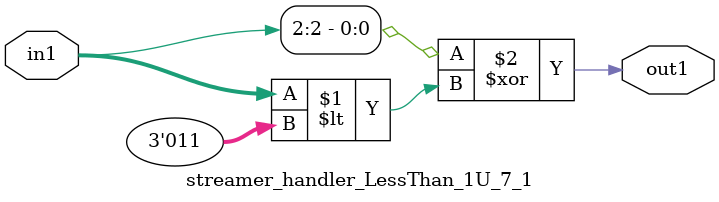
<source format=v>

`timescale 1ps / 1ps


module streamer_handler_LessThan_1U_7_1( in1, out1 );

    input [2:0] in1;
    output out1;

    
    // rtl_process:streamer_handler_LessThan_1U_7_1/streamer_handler_LessThan_1U_7_1_thread_1
    assign out1 = (in1[2] ^ in1 < 3'd3);

endmodule


</source>
